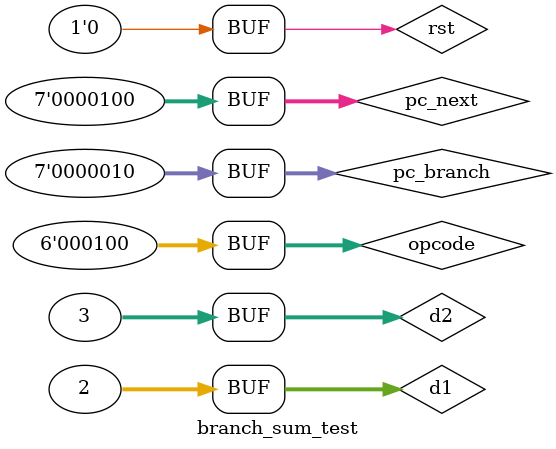
<source format=v>
`timescale 1ns / 1ps


module branch_sum_test;

	// Inputs
	reg rst;
	reg [5:0] opcode;
	reg [31:0] d1;
	reg [31:0] d2;
	reg [6:0] pc_next;
	reg [6:0] pc_branch;

	// Outputs
	wire taken;
	wire [6:0] branch_pc;

	// Instantiate the Unit Under Test (UUT)
	branch_sum uut (
		.rst(rst), 
		.opcode(opcode), 
		.d1(d1), 
		.d2(d2), 
		.pc_next(pc_next), 
		.pc_branch(pc_branch), 
		.taken(taken), 
		.branch_pc(branch_pc)
	);

	initial begin
		// Initialize Inputs
		rst = 1;
		opcode = 0;
		d1 = 0;
		d2 = 0;
		pc_next = 0;
		pc_branch = 0;

		// Wait 100 ns for global reset to finish
		#100;
		rst = 0;
		
      #100;
		opcode = 6'b000100;
		d1 = 2;
		d2 = 2;
		pc_next = 4;
		pc_branch = 2;
		
		#100;
		opcode = 6'b000101;
		d1 = 2;
		d2 = 3;
		pc_next = 4;
		pc_branch = 2;
		
		#100;
		opcode = 6'b000010;
		d1 = 4;
		d2 = 5;
		pc_next = 10;
		pc_branch = 2;
		
		#100;
		opcode = 6'b000100;
		d1 = 2;
		d2 = 3;
		pc_next = 4;
		pc_branch = 2;
		
	end
      
endmodule


</source>
